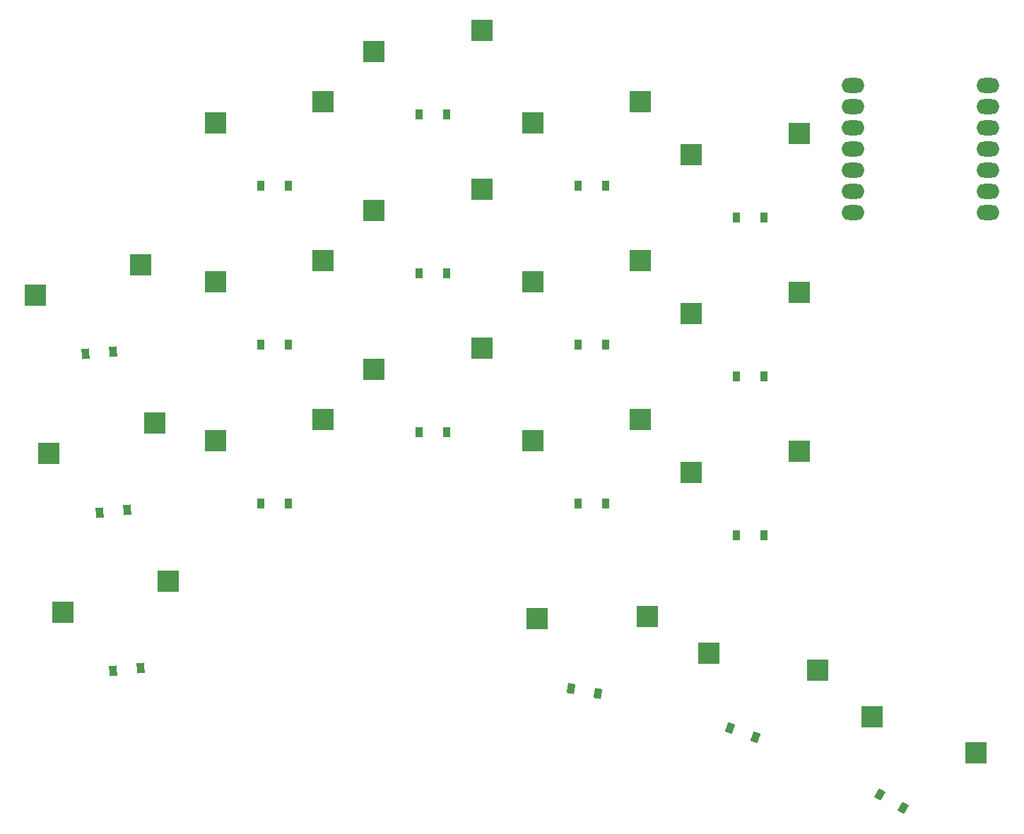
<source format=gbr>
%TF.GenerationSoftware,KiCad,Pcbnew,(6.0.0)*%
%TF.CreationDate,2022-12-29T10:21:43-08:00*%
%TF.ProjectId,mine,6d696e65-2e6b-4696-9361-645f70636258,v1.0.0*%
%TF.SameCoordinates,Original*%
%TF.FileFunction,Paste,Bot*%
%TF.FilePolarity,Positive*%
%FSLAX46Y46*%
G04 Gerber Fmt 4.6, Leading zero omitted, Abs format (unit mm)*
G04 Created by KiCad (PCBNEW (6.0.0)) date 2022-12-29 10:21:43*
%MOMM*%
%LPD*%
G01*
G04 APERTURE LIST*
G04 Aperture macros list*
%AMRotRect*
0 Rectangle, with rotation*
0 The origin of the aperture is its center*
0 $1 length*
0 $2 width*
0 $3 Rotation angle, in degrees counterclockwise*
0 Add horizontal line*
21,1,$1,$2,0,0,$3*%
G04 Aperture macros list end*
%ADD10R,2.550000X2.500000*%
%ADD11R,0.900000X1.200000*%
%ADD12O,2.750000X1.800000*%
%ADD13RotRect,0.900000X1.200000X5.000000*%
%ADD14RotRect,0.900000X1.200000X330.000000*%
%ADD15RotRect,0.900000X1.200000X340.000000*%
%ADD16RotRect,0.900000X1.200000X350.000000*%
G04 APERTURE END LIST*
D10*
%TO.C,S4*%
X45455000Y-81212500D03*
X58382000Y-78672500D03*
%TD*%
%TO.C,S1*%
X27174553Y-101722978D03*
X39830986Y-98065981D03*
%TD*%
%TO.C,S18*%
X124107842Y-114314201D03*
X136572952Y-118577997D03*
%TD*%
%TO.C,S9*%
X64455000Y-34540000D03*
X77382000Y-32000000D03*
%TD*%
D11*
%TO.C,D14*%
X107890000Y-73512500D03*
X111190000Y-73512500D03*
%TD*%
D10*
%TO.C,S15*%
X102455000Y-46922500D03*
X115382000Y-44382500D03*
%TD*%
%TO.C,S10*%
X83455000Y-81212500D03*
X96382000Y-78672500D03*
%TD*%
D11*
%TO.C,D15*%
X107890000Y-54462500D03*
X111190000Y-54462500D03*
%TD*%
D10*
%TO.C,S5*%
X45455000Y-62162500D03*
X58382000Y-59622500D03*
%TD*%
D12*
%TO.C,MCU1*%
X138052928Y-38611814D03*
X138052928Y-41151814D03*
X138052928Y-43691814D03*
X138052928Y-46231814D03*
X138052928Y-48771814D03*
X138052928Y-51311814D03*
X138052928Y-53851814D03*
X121863008Y-53851814D03*
X121863008Y-51311814D03*
X121863008Y-48771814D03*
X121863008Y-46231814D03*
X121863008Y-43691814D03*
X121863008Y-41151814D03*
X121863008Y-38611814D03*
%TD*%
D11*
%TO.C,D12*%
X88890000Y-50652500D03*
X92190000Y-50652500D03*
%TD*%
D10*
%TO.C,S7*%
X64455000Y-72640000D03*
X77382000Y-70100000D03*
%TD*%
%TO.C,S8*%
X64455000Y-53590000D03*
X77382000Y-51050000D03*
%TD*%
%TO.C,S13*%
X102455000Y-85022500D03*
X115382000Y-82482500D03*
%TD*%
D11*
%TO.C,D4*%
X50890000Y-88752500D03*
X54190000Y-88752500D03*
%TD*%
D10*
%TO.C,S3*%
X23853919Y-63767960D03*
X36510352Y-60110963D03*
%TD*%
D13*
%TO.C,D1*%
X33246026Y-108760595D03*
X36533468Y-108472981D03*
%TD*%
D11*
%TO.C,D11*%
X88890000Y-69702500D03*
X92190000Y-69702500D03*
%TD*%
D10*
%TO.C,S14*%
X102455000Y-65972500D03*
X115382000Y-63432500D03*
%TD*%
D11*
%TO.C,D10*%
X88890000Y-88752500D03*
X92190000Y-88752500D03*
%TD*%
%TO.C,D7*%
X69890000Y-80180000D03*
X73190000Y-80180000D03*
%TD*%
D14*
%TO.C,D18*%
X125044690Y-123561533D03*
X127902574Y-125211533D03*
%TD*%
D11*
%TO.C,D9*%
X69890000Y-42080000D03*
X73190000Y-42080000D03*
%TD*%
%TO.C,D5*%
X50890000Y-69702500D03*
X54190000Y-69702500D03*
%TD*%
%TO.C,D13*%
X107890000Y-92562500D03*
X111190000Y-92562500D03*
%TD*%
D10*
%TO.C,S12*%
X83455000Y-43112500D03*
X96382000Y-40572500D03*
%TD*%
%TO.C,S2*%
X25514236Y-82745469D03*
X38170669Y-79088472D03*
%TD*%
D11*
%TO.C,D8*%
X69890000Y-61130000D03*
X73190000Y-61130000D03*
%TD*%
D15*
%TO.C,D17*%
X107100065Y-115607329D03*
X110201051Y-116735995D03*
%TD*%
D13*
%TO.C,D2*%
X31585709Y-89783085D03*
X34873151Y-89495471D03*
%TD*%
D10*
%TO.C,S16*%
X84003703Y-102520791D03*
X97175380Y-102264129D03*
%TD*%
D11*
%TO.C,D6*%
X50890000Y-50652500D03*
X54190000Y-50652500D03*
%TD*%
D10*
%TO.C,S11*%
X83455000Y-62162500D03*
X96382000Y-59622500D03*
%TD*%
D13*
%TO.C,D3*%
X29925392Y-70805576D03*
X33212834Y-70517962D03*
%TD*%
D16*
%TO.C,D16*%
X88046826Y-110890020D03*
X91296692Y-111463058D03*
%TD*%
D10*
%TO.C,S6*%
X45455000Y-43112500D03*
X58382000Y-40572500D03*
%TD*%
%TO.C,S17*%
X104571668Y-106663167D03*
X117587806Y-108697642D03*
%TD*%
M02*

</source>
